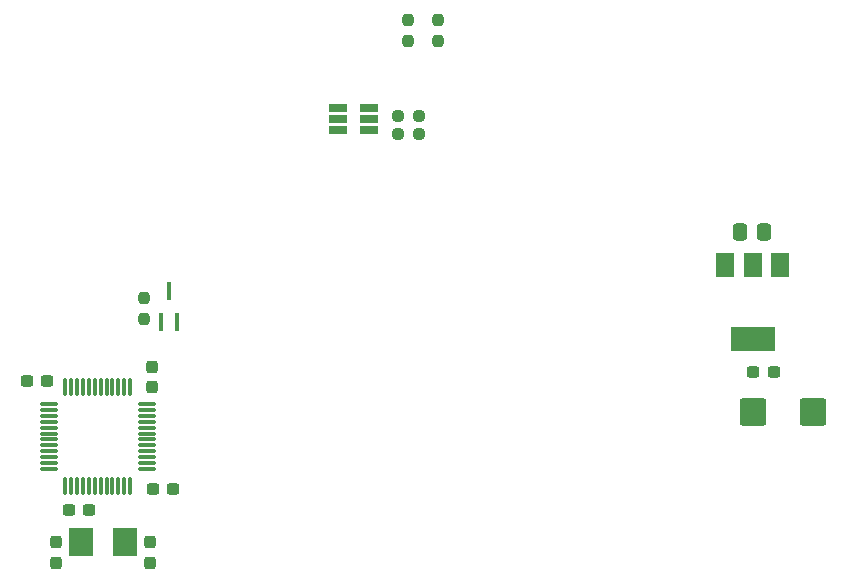
<source format=gbr>
%TF.GenerationSoftware,KiCad,Pcbnew,6.0.5*%
%TF.CreationDate,2022-12-30T15:34:35+03:00*%
%TF.ProjectId,Canon_manage,43616e6f-6e5f-46d6-916e-6167652e6b69,rev?*%
%TF.SameCoordinates,Original*%
%TF.FileFunction,Paste,Bot*%
%TF.FilePolarity,Positive*%
%FSLAX46Y46*%
G04 Gerber Fmt 4.6, Leading zero omitted, Abs format (unit mm)*
G04 Created by KiCad (PCBNEW 6.0.5) date 2022-12-30 15:34:35*
%MOMM*%
%LPD*%
G01*
G04 APERTURE LIST*
G04 Aperture macros list*
%AMRoundRect*
0 Rectangle with rounded corners*
0 $1 Rounding radius*
0 $2 $3 $4 $5 $6 $7 $8 $9 X,Y pos of 4 corners*
0 Add a 4 corners polygon primitive as box body*
4,1,4,$2,$3,$4,$5,$6,$7,$8,$9,$2,$3,0*
0 Add four circle primitives for the rounded corners*
1,1,$1+$1,$2,$3*
1,1,$1+$1,$4,$5*
1,1,$1+$1,$6,$7*
1,1,$1+$1,$8,$9*
0 Add four rect primitives between the rounded corners*
20,1,$1+$1,$2,$3,$4,$5,0*
20,1,$1+$1,$4,$5,$6,$7,0*
20,1,$1+$1,$6,$7,$8,$9,0*
20,1,$1+$1,$8,$9,$2,$3,0*%
G04 Aperture macros list end*
%ADD10R,2.000000X2.400000*%
%ADD11RoundRect,0.237500X-0.237500X0.300000X-0.237500X-0.300000X0.237500X-0.300000X0.237500X0.300000X0*%
%ADD12RoundRect,0.237500X0.237500X-0.250000X0.237500X0.250000X-0.237500X0.250000X-0.237500X-0.250000X0*%
%ADD13R,0.450000X1.500000*%
%ADD14RoundRect,0.237500X0.250000X0.237500X-0.250000X0.237500X-0.250000X-0.237500X0.250000X-0.237500X0*%
%ADD15R,1.560000X0.650000*%
%ADD16RoundRect,0.237500X0.300000X0.237500X-0.300000X0.237500X-0.300000X-0.237500X0.300000X-0.237500X0*%
%ADD17RoundRect,0.237500X-0.300000X-0.237500X0.300000X-0.237500X0.300000X0.237500X-0.300000X0.237500X0*%
%ADD18R,1.500000X2.000000*%
%ADD19R,3.800000X2.000000*%
%ADD20RoundRect,0.250000X0.337500X0.475000X-0.337500X0.475000X-0.337500X-0.475000X0.337500X-0.475000X0*%
%ADD21RoundRect,0.237500X0.237500X-0.300000X0.237500X0.300000X-0.237500X0.300000X-0.237500X-0.300000X0*%
%ADD22RoundRect,0.250000X-0.875000X-0.925000X0.875000X-0.925000X0.875000X0.925000X-0.875000X0.925000X0*%
%ADD23RoundRect,0.075000X0.075000X-0.662500X0.075000X0.662500X-0.075000X0.662500X-0.075000X-0.662500X0*%
%ADD24RoundRect,0.075000X0.662500X-0.075000X0.662500X0.075000X-0.662500X0.075000X-0.662500X-0.075000X0*%
G04 APERTURE END LIST*
D10*
%TO.C,Y1*%
X80365600Y-95656400D03*
X76665600Y-95656400D03*
%TD*%
D11*
%TO.C,C2*%
X74574400Y-95657500D03*
X74574400Y-97382500D03*
%TD*%
%TO.C,C1*%
X82499200Y-95657500D03*
X82499200Y-97382500D03*
%TD*%
D12*
%TO.C,R10*%
X81974800Y-76757200D03*
X81974800Y-74932200D03*
%TD*%
D13*
%TO.C,Q1*%
X84774800Y-77022000D03*
X83474800Y-77022000D03*
X84124800Y-74362000D03*
%TD*%
D14*
%TO.C,R7*%
X105306500Y-59563000D03*
X103481500Y-59563000D03*
%TD*%
D15*
%TO.C,U3*%
X101092000Y-58867000D03*
X101092000Y-59817000D03*
X101092000Y-60767000D03*
X98392000Y-60767000D03*
X98392000Y-59817000D03*
X98392000Y-58867000D03*
%TD*%
D14*
%TO.C,R8*%
X105306500Y-61087000D03*
X103481500Y-61087000D03*
%TD*%
D12*
%TO.C,R6*%
X104343200Y-53238400D03*
X104343200Y-51413400D03*
%TD*%
D16*
%TO.C,C5*%
X73784800Y-81965800D03*
X72059800Y-81965800D03*
%TD*%
D17*
%TO.C,C8*%
X75618000Y-92938600D03*
X77343000Y-92938600D03*
%TD*%
D18*
%TO.C,U2*%
X131227800Y-72135600D03*
X133527800Y-72135600D03*
D19*
X133527800Y-78435600D03*
D18*
X135827800Y-72135600D03*
%TD*%
D20*
%TO.C,C3*%
X134518400Y-69392800D03*
X132443400Y-69392800D03*
%TD*%
D21*
%TO.C,C4*%
X82677000Y-82522400D03*
X82677000Y-80797400D03*
%TD*%
D12*
%TO.C,R9*%
X106900000Y-53212500D03*
X106900000Y-51387500D03*
%TD*%
D17*
%TO.C,C6*%
X82755400Y-91160600D03*
X84480400Y-91160600D03*
%TD*%
%TO.C,C7*%
X133580800Y-81203800D03*
X135305800Y-81203800D03*
%TD*%
D22*
%TO.C,C9*%
X133558600Y-84658200D03*
X138658600Y-84658200D03*
%TD*%
D23*
%TO.C,U1*%
X80837500Y-90852500D03*
X80337500Y-90852500D03*
X79837500Y-90852500D03*
X79337500Y-90852500D03*
X78837500Y-90852500D03*
X78337500Y-90852500D03*
X77837500Y-90852500D03*
X77337500Y-90852500D03*
X76837500Y-90852500D03*
X76337500Y-90852500D03*
X75837500Y-90852500D03*
X75337500Y-90852500D03*
D24*
X73925000Y-89440000D03*
X73925000Y-88940000D03*
X73925000Y-88440000D03*
X73925000Y-87940000D03*
X73925000Y-87440000D03*
X73925000Y-86940000D03*
X73925000Y-86440000D03*
X73925000Y-85940000D03*
X73925000Y-85440000D03*
X73925000Y-84940000D03*
X73925000Y-84440000D03*
X73925000Y-83940000D03*
D23*
X75337500Y-82527500D03*
X75837500Y-82527500D03*
X76337500Y-82527500D03*
X76837500Y-82527500D03*
X77337500Y-82527500D03*
X77837500Y-82527500D03*
X78337500Y-82527500D03*
X78837500Y-82527500D03*
X79337500Y-82527500D03*
X79837500Y-82527500D03*
X80337500Y-82527500D03*
X80837500Y-82527500D03*
D24*
X82250000Y-83940000D03*
X82250000Y-84440000D03*
X82250000Y-84940000D03*
X82250000Y-85440000D03*
X82250000Y-85940000D03*
X82250000Y-86440000D03*
X82250000Y-86940000D03*
X82250000Y-87440000D03*
X82250000Y-87940000D03*
X82250000Y-88440000D03*
X82250000Y-88940000D03*
X82250000Y-89440000D03*
%TD*%
M02*

</source>
